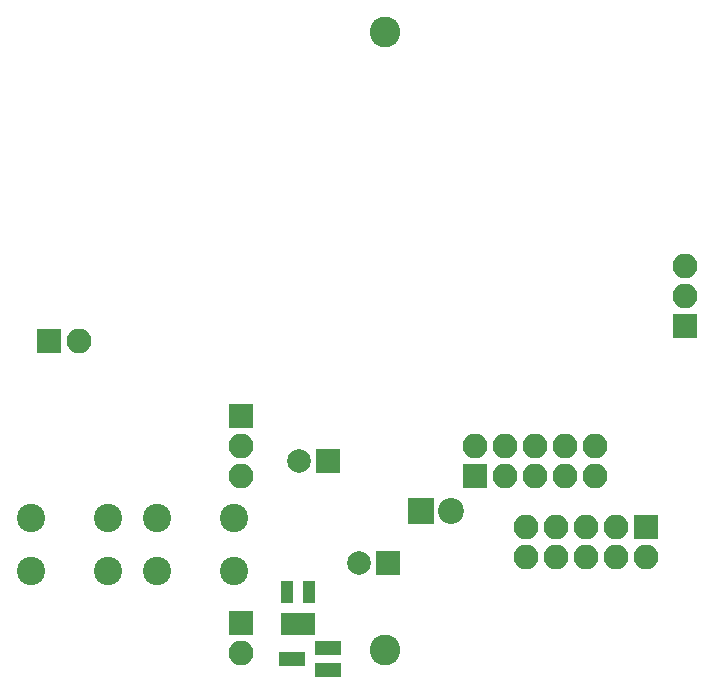
<source format=gbr>
G04 #@! TF.FileFunction,Soldermask,Top*
%FSLAX46Y46*%
G04 Gerber Fmt 4.6, Leading zero omitted, Abs format (unit mm)*
G04 Created by KiCad (PCBNEW 4.0.5) date 04/19/18 13:19:11*
%MOMM*%
%LPD*%
G01*
G04 APERTURE LIST*
%ADD10C,0.100000*%
%ADD11R,2.000000X2.000000*%
%ADD12C,2.000000*%
%ADD13R,2.200000X2.200000*%
%ADD14C,2.200000*%
%ADD15R,2.100000X2.100000*%
%ADD16O,2.100000X2.100000*%
%ADD17C,2.400000*%
%ADD18R,2.300000X1.200000*%
%ADD19R,1.050000X1.960000*%
%ADD20C,2.600000*%
G04 APERTURE END LIST*
D10*
D11*
X147574000Y-119126000D03*
D12*
X145074000Y-119126000D03*
D11*
X142494000Y-110490000D03*
D12*
X139994000Y-110490000D03*
D13*
X150368000Y-114681000D03*
D14*
X152908000Y-114681000D03*
D15*
X135128000Y-124206000D03*
D16*
X135128000Y-126746000D03*
D15*
X154940000Y-111760000D03*
D16*
X154940000Y-109220000D03*
X157480000Y-111760000D03*
X157480000Y-109220000D03*
X160020000Y-111760000D03*
X160020000Y-109220000D03*
X162560000Y-111760000D03*
X162560000Y-109220000D03*
X165100000Y-111760000D03*
X165100000Y-109220000D03*
D15*
X172720000Y-99060000D03*
D16*
X172720000Y-96520000D03*
X172720000Y-93980000D03*
X135128000Y-111760000D03*
D15*
X135128000Y-106680000D03*
D16*
X135128000Y-109220000D03*
D15*
X118872000Y-100330000D03*
D16*
X121412000Y-100330000D03*
D17*
X117348000Y-119816000D03*
X117348000Y-115316000D03*
X123848000Y-119816000D03*
X123848000Y-115316000D03*
X128016000Y-119816000D03*
X128016000Y-115316000D03*
X134516000Y-119816000D03*
X134516000Y-115316000D03*
D18*
X142470000Y-128204000D03*
X142470000Y-126304000D03*
X139470000Y-127254000D03*
D19*
X139004000Y-124286000D03*
X139954000Y-124286000D03*
X140904000Y-124286000D03*
X140904000Y-121586000D03*
X139004000Y-121586000D03*
D20*
X147320000Y-74168000D03*
X147320000Y-126492000D03*
D15*
X169418000Y-116078000D03*
D16*
X169418000Y-118618000D03*
X166878000Y-116078000D03*
X166878000Y-118618000D03*
X164338000Y-116078000D03*
X164338000Y-118618000D03*
X161798000Y-116078000D03*
X161798000Y-118618000D03*
X159258000Y-116078000D03*
X159258000Y-118618000D03*
M02*

</source>
